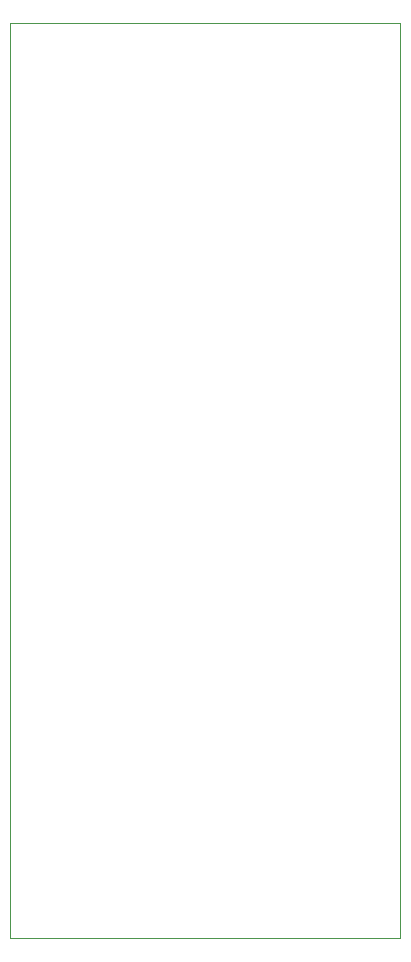
<source format=gbr>
%TF.GenerationSoftware,KiCad,Pcbnew,(6.0.5)*%
%TF.CreationDate,2023-02-14T12:04:11-05:00*%
%TF.ProjectId,vco2,76636f32-2e6b-4696-9361-645f70636258,rev?*%
%TF.SameCoordinates,Original*%
%TF.FileFunction,Profile,NP*%
%FSLAX46Y46*%
G04 Gerber Fmt 4.6, Leading zero omitted, Abs format (unit mm)*
G04 Created by KiCad (PCBNEW (6.0.5)) date 2023-02-14 12:04:11*
%MOMM*%
%LPD*%
G01*
G04 APERTURE LIST*
%TA.AperFunction,Profile*%
%ADD10C,0.100000*%
%TD*%
G04 APERTURE END LIST*
D10*
X100330000Y-132080000D02*
X100330000Y-54610000D01*
X100330000Y-54610000D02*
X133350000Y-54610000D01*
X133350000Y-132080000D02*
X100330000Y-132080000D01*
X133350000Y-54610000D02*
X133350000Y-132080000D01*
M02*

</source>
